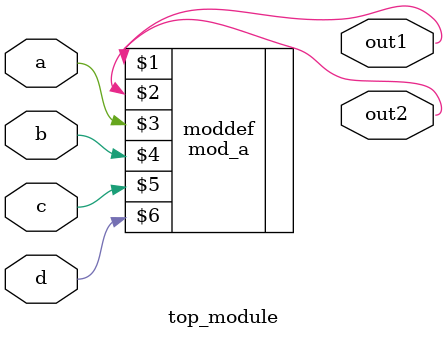
<source format=v>
module top_module ( 
    input a, 
    input b, 
    input c,
    input d,
    output out1,
    output out2
);

    mod_a moddef( out1, out2, a, b, c, d ); 

endmodule
</source>
